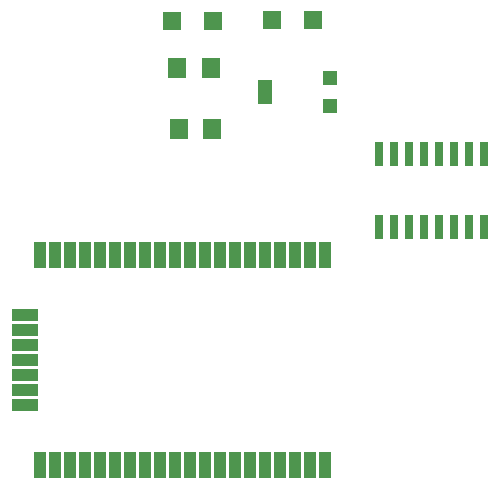
<source format=gtp>
G75*
%MOIN*%
%OFA0B0*%
%FSLAX25Y25*%
%IPPOS*%
%LPD*%
%AMOC8*
5,1,8,0,0,1.08239X$1,22.5*
%
%ADD10R,0.04000X0.08858*%
%ADD11R,0.08858X0.04000*%
%ADD12R,0.05906X0.05906*%
%ADD13R,0.06299X0.07098*%
%ADD14R,0.02600X0.08000*%
%ADD15R,0.05118X0.05118*%
%ADD16R,0.05118X0.07874*%
D10*
X0031406Y0035028D03*
X0036406Y0035028D03*
X0041406Y0035028D03*
X0046406Y0035028D03*
X0051406Y0035028D03*
X0056406Y0035028D03*
X0061406Y0035028D03*
X0066406Y0035028D03*
X0071406Y0035028D03*
X0076406Y0035028D03*
X0081406Y0035028D03*
X0086406Y0035028D03*
X0091406Y0035028D03*
X0096406Y0035028D03*
X0101406Y0035028D03*
X0106406Y0035028D03*
X0111406Y0035028D03*
X0116406Y0035028D03*
X0121406Y0035028D03*
X0126406Y0035028D03*
X0126406Y0105028D03*
X0121406Y0105028D03*
X0116406Y0105028D03*
X0111406Y0105028D03*
X0106406Y0105028D03*
X0101406Y0105028D03*
X0096406Y0105028D03*
X0091406Y0105028D03*
X0086406Y0105028D03*
X0081406Y0105028D03*
X0076406Y0105028D03*
X0071406Y0105028D03*
X0066406Y0105028D03*
X0061406Y0105028D03*
X0056406Y0105028D03*
X0051406Y0105028D03*
X0046406Y0105028D03*
X0041406Y0105028D03*
X0036406Y0105028D03*
X0031406Y0105028D03*
D11*
X0026406Y0085028D03*
X0026406Y0080028D03*
X0026406Y0075028D03*
X0026406Y0070028D03*
X0026406Y0065028D03*
X0026406Y0060028D03*
X0026406Y0055028D03*
D12*
X0075186Y0182902D03*
X0088965Y0182902D03*
X0108611Y0183296D03*
X0122391Y0183296D03*
D13*
X0088343Y0167430D03*
X0077146Y0167430D03*
X0077619Y0146957D03*
X0088816Y0146957D03*
D14*
X0144300Y0138624D03*
X0149300Y0138624D03*
X0154300Y0138624D03*
X0159300Y0138624D03*
X0164300Y0138624D03*
X0169300Y0138624D03*
X0174300Y0138624D03*
X0179300Y0138624D03*
X0179300Y0114424D03*
X0174300Y0114424D03*
X0169300Y0114424D03*
X0164300Y0114424D03*
X0159300Y0114424D03*
X0154300Y0114424D03*
X0149300Y0114424D03*
X0144300Y0114424D03*
D15*
X0127863Y0154831D03*
X0127863Y0163887D03*
D16*
X0106209Y0159359D03*
M02*

</source>
